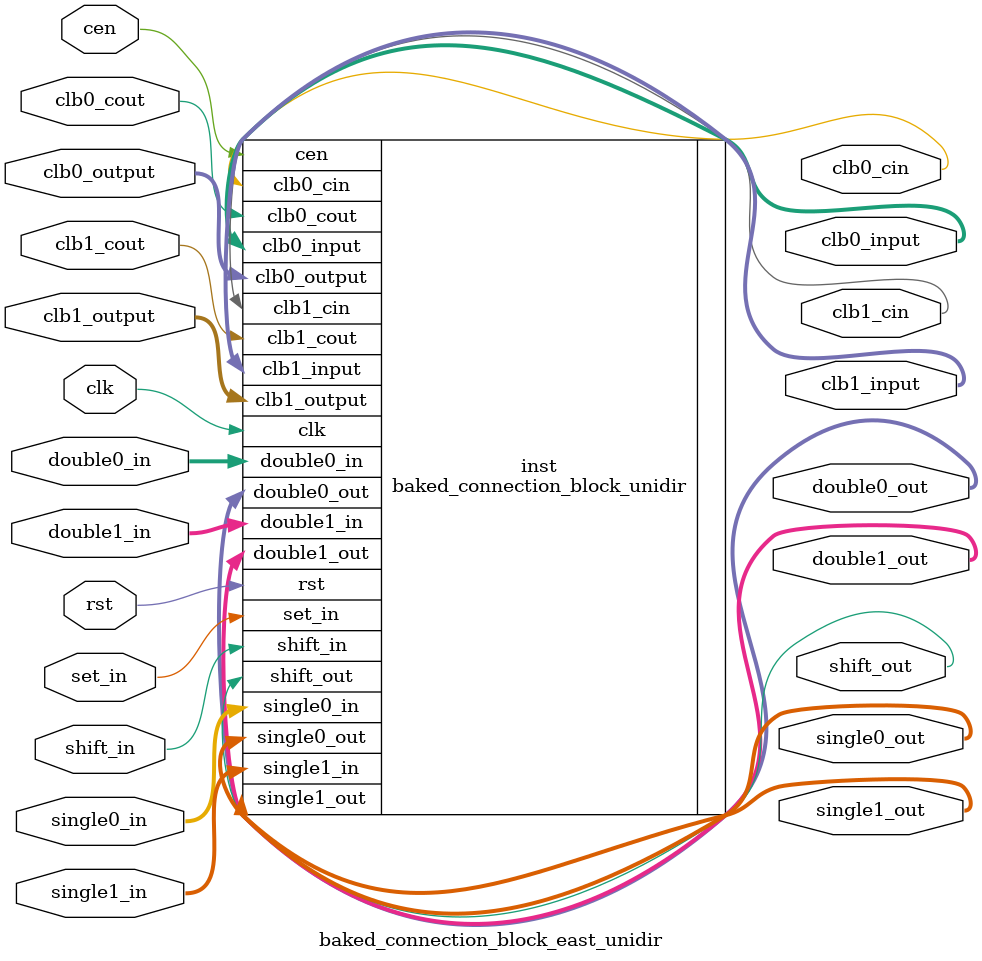
<source format=v>
module baked_connection_block_east_unidir #(
  parameter WS = 4,
  parameter WD = 8,
  parameter WG = 0,
  parameter CLBIN = 10,
  parameter CLBIN0 = 10,
  parameter CLBIN1 = 10,
  parameter CLBOUT = 5,
  parameter CLBOUT0 = 5,
  parameter CLBOUT1 = 5,
  parameter CARRY = 1,
  parameter CLBOS = 4,
  parameter CLBOS_BIAS = 0,
  parameter CLBOD = 4,
  parameter CLBOD_BIAS = 0,
  parameter CLBX = 1
)(
  // Common
  input wire clk,
  input wire rst,

  // Configuration Signals:

  input wire cen,

  // Config set input (from tile module)
  input wire set_in,

  // Config shift input (from tile module)
  input wire shift_in,
  // Config shift output (to tile module)
  output wire shift_out,

  // Single Wires
  input  [WS-1:0] single0_in, single1_in,
  output [WS-1:0] single0_out, single1_out,

  // Double Wires
  input [WD-1:0]  double0_in, double1_in,
  output [WD-1:0] double0_out, double1_out,

  // Global Wires
  //inout [WG-1:0] global,  /* manually disabled since WG = 0 for hardening */

  input [CLBOUT-1:0] clb0_output,
  input [CLBOUT-1:0] clb1_output,
  input [CARRY-1:0]  clb0_cout,
  input [CARRY-1:0]  clb1_cout,
  output [CLBIN-1:0] clb0_input,
  output [CLBIN-1:0] clb1_input,
  output [CARRY-1:0] clb0_cin,
  output [CARRY-1:0] clb1_cin
);

baked_connection_block_unidir #(
  .WS(WS),
  .WD(WD),
  .WG(WG),
  .CLBIN(CLBIN),
  .CLBIN0(CLBIN0),
  .CLBIN1(CLBIN1),
  .CLBOUT(CLBOUT),
  .CLBOUT0(CLBOUT0),
  .CLBOUT1(CLBOUT1),
  .CARRY(CARRY),
  .CLBOS(CLBOS),
  .CLBOS_BIAS(CLBOS_BIAS),
  .CLBOD(CLBOD),
  .CLBOD_BIAS(CLBOD_BIAS),
  .CLBX(CLBX)
) inst (
  .clk(clk),
  .rst(rst),
  .cen(cen),
  .set_in(set_in),
  .shift_in(shift_in),
  .shift_out(shift_out),

  .single0_in(single0_in),
  .single1_in(single1_in),
  .single0_out(single0_out),
  .single1_out(single1_out),

  .double0_in(double0_in),
  .double1_in(double1_in),
  .double0_out(double0_out),
  .double1_out(double1_out),

  //.global(global),  /* manually disabled since WG = 0 for hardening */
  .clb0_output(clb0_output),
  .clb1_output(clb1_output),
  .clb0_cout(clb0_cout),
  .clb1_cout(clb1_cout),
  .clb0_input(clb0_input),
  .clb1_input(clb1_input),
  .clb0_cin(clb0_cin),
  .clb1_cin(clb1_cin)
);

endmodule

</source>
